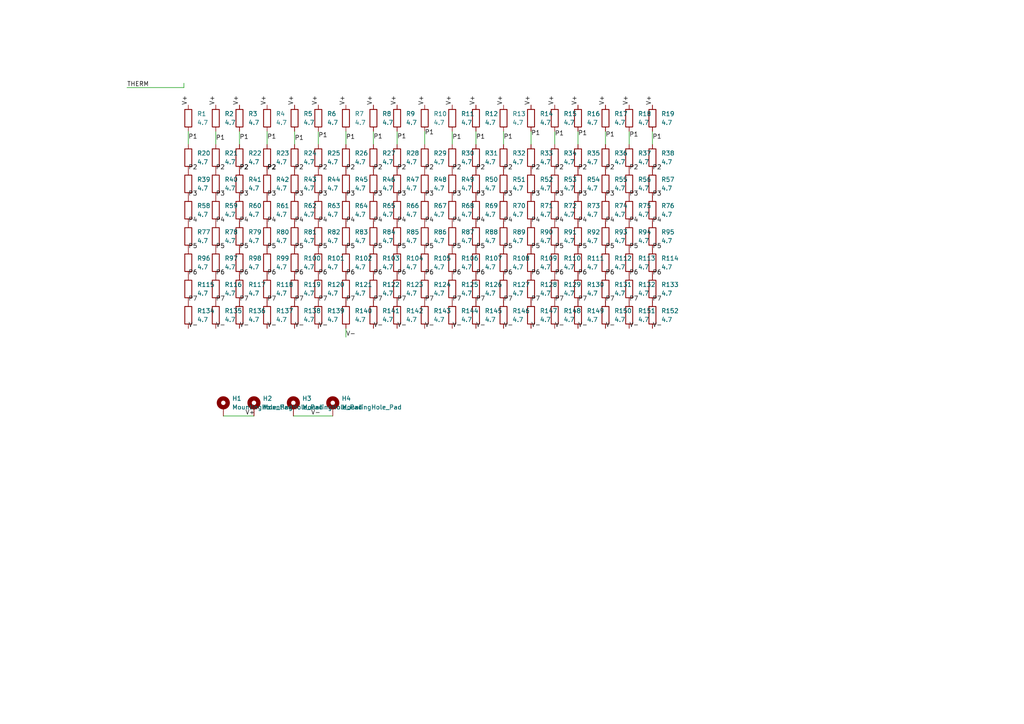
<source format=kicad_sch>
(kicad_sch (version 20231120) (generator "eeschema") (generator_version "8.0")
  (paper "A4")
  (wire (pts (xy 62.5846 41.9026) (xy 62.5846 38.0926)))
  (wire (pts (xy 175.6146 41.9026) (xy 175.6146 38.0926)))
  (wire (pts (xy 64.77 120.65) (xy 73.66 120.65)))
  (wire (pts (xy 92.3205 41.9026) (xy 92.3205 38.0926)))
  (wire (pts (xy 108.3046 41.9026) (xy 108.3046 38.0926)))
  (wire (pts (xy 146.05 41.91) (xy 146.05 38.1)))
  (wire (pts (xy 77.47 41.91) (xy 77.47 38.1)))
  (wire (pts (xy 53.34 25.4) (xy 36.83 25.4)))
  (wire (pts (xy 138.0405 41.9026) (xy 138.0405 38.0926)))
  (wire (pts (xy 131.1646 41.9026) (xy 131.1646 38.0926)))
  (wire (pts (xy 54.61 38.1) (xy 54.61 41.91)))
  (wire (pts (xy 182.4905 41.9026) (xy 182.4905 38.0926)))
  (wire (pts (xy 69.4605 41.9026) (xy 69.4605 38.0926)))
  (wire (pts (xy 115.1805 41.9026) (xy 115.1805 38.0926)))
  (wire (pts (xy 100.33 95.25) (xy 100.33 97.79)))
  (wire (pts (xy 154.0246 41.9026) (xy 154.0246 38.0926)))
  (wire (pts (xy 160.9005 41.9026) (xy 160.9005 38.0926)))
  (wire (pts (xy 85.09 120.65) (xy 96.52 120.65)))
  (wire (pts (xy 189.23 41.91) (xy 189.23 38.1)))
  (wire (pts (xy 85.4446 41.9026) (xy 85.4446 38.0926)))
  (wire (pts (xy 53.34 25.4) (xy 53.34 24.13)))
  (wire (pts (xy 100.33 41.91) (xy 100.33 38.1)))
  (wire (pts (xy 167.64 41.91) (xy 167.64 38.1)))
  (wire (pts (xy 123.19 41.91) (xy 123.19 38.1)))
  (label "P5" (at 154.0246 72.3826 0))
  (label "P1" (at 182.4905 40.0265 0))
  (label "P1" (at 69.4605 40.723 0))
  (label "P1" (at 54.61 40.64 0))
  (label "V+" (at 71.12 120.65 0))
  (label "V-" (at 123.19 95.25 0))
  (label "THERM" (at 36.83 25.4 0))
  (label "P6" (at 62.5846 80.0026 0))
  (label "V-" (at 154.0246 95.2426 0))
  (label "V+" (at 182.4905 30.4726 90))
  (label "P2" (at 131.1646 49.5226 0))
  (label "V+" (at 189.23 30.48 90))
  (label "P7" (at 167.64 87.63 0))
  (label "P7" (at 62.5846 87.6226 0))
  (label "P3" (at 154.0246 57.1426 0))
  (label "P7" (at 138.0405 87.6226 0))
  (label "P7" (at 160.9005 87.6226 0))
  (label "V+" (at 160.9005 30.4726 90))
  (label "V-" (at 182.4905 95.2426 0))
  (label "V+" (at 77.47 30.48 90))
  (label "P3" (at 54.61 57.15 0))
  (label "P5" (at 92.3205 72.3826 0))
  (label "P4" (at 160.9005 64.7626 0))
  (label "V+" (at 123.19 30.48 90))
  (label "P5" (at 123.19 72.39 0))
  (label "P7" (at 182.4905 87.6226 0))
  (label "P1" (at 167.64 39.6221 0))
  (label "P7" (at 154.0246 87.6226 0))
  (label "P7" (at 100.33 87.63 0))
  (label "V+" (at 115.1805 30.4726 90))
  (label "P3" (at 62.5846 57.1426 0))
  (label "P6" (at 108.3046 80.0026 0))
  (label "P5" (at 54.61 72.39 0))
  (label "P2" (at 77.47 49.53 0))
  (label "V-" (at 160.9005 95.2426 0))
  (label "V+" (at 175.6146 30.4726 90))
  (label "P4" (at 54.61 64.77 0))
  (label "P4" (at 189.23 64.77 0))
  (label "P5" (at 62.5846 72.3826 0))
  (label "P1" (at 131.1646 40.7005 0))
  (label "P4" (at 175.6146 64.7626 0))
  (label "P3" (at 182.4905 57.1426 0))
  (label "V-" (at 115.1805 95.2426 0))
  (label "P4" (at 69.4605 64.7626 0))
  (label "P7" (at 54.61 87.63 0))
  (label "V+" (at 62.5846 30.4726 90))
  (label "P4" (at 123.19 64.77 0))
  (label "P2" (at 62.5846 49.5226 0))
  (label "P7" (at 123.19 87.63 0))
  (label "P1" (at 108.3046 40.5882 0))
  (label "P5" (at 138.0405 72.3826 0))
  (label "P6" (at 115.1805 80.0026 0))
  (label "P2" (at 189.23 49.53 0))
  (label "P2" (at 108.3046 49.5226 0))
  (label "P6" (at 167.64 80.01 0))
  (label "P5" (at 85.4446 72.3826 0))
  (label "V-" (at 146.05 95.25 0))
  (label "P4" (at 146.05 64.77 0))
  (label "P6" (at 85.4446 80.0026 0))
  (label "P1" (at 154.0246 39.5771 0))
  (label "P3" (at 146.05 57.15 0))
  (label "P5" (at 100.33 72.39 0))
  (label "P2" (at 69.4605 49.5226 0))
  (label "P6" (at 92.3205 80.0026 0))
  (label "P2" (at 175.6146 49.5226 0))
  (label "P7" (at 69.4605 87.6226 0))
  (label "P2" (at 146.05 49.53 0))
  (label "P6" (at 69.4605 80.0026 0))
  (label "P3" (at 108.3046 57.1426 0))
  (label "P6" (at 146.05 80.01 0))
  (label "P4" (at 154.0246 64.7626 0))
  (label "V-" (at 62.5846 95.2426 0))
  (label "P3" (at 167.64 57.15 0))
  (label "P5" (at 175.6146 72.3826 0))
  (label "P4" (at 108.3046 64.7626 0))
  (label "V+" (at 108.3046 30.4726 90))
  (label "V+" (at 54.61 30.48 90))
  (label "P2" (at 100.33 49.53 0))
  (label "P1" (at 189.23 40.64 0))
  (label "V-" (at 69.4605 95.2426 0))
  (label "P1" (at 85.4446 40.9926 0))
  (label "P5" (at 160.9005 72.3826 0))
  (label "P2" (at 115.1805 49.5226 0))
  (label "P5" (at 167.64 72.39 0))
  (label "P5" (at 131.1646 72.3826 0))
  (label "P7" (at 115.1805 87.6226 0))
  (label "P1" (at 123.19 39.37 0))
  (label "V+" (at 69.4605 30.4726 90))
  (label "P3" (at 138.0405 57.1426 0))
  (label "P7" (at 131.1646 87.6226 0))
  (label "V+" (at 131.1646 30.4726 90))
  (label "P7" (at 175.6146 87.6226 0))
  (label "V-" (at 85.4446 95.2426 0))
  (label "P2" (at 138.0405 49.5226 0))
  (label "V-" (at 175.6146 95.2426 0))
  (label "P7" (at 77.47 87.63 0))
  (label "P3" (at 85.4446 57.1426 0))
  (label "P6" (at 138.0405 80.0026 0))
  (label "P2" (at 160.9005 49.5226 0))
  (label "P2" (at 167.64 49.53 0))
  (label "P5" (at 115.1805 72.3826 0))
  (label "P7" (at 85.4446 87.6226 0))
  (label "P1" (at 175.6146 40.004 0))
  (label "P4" (at 77.47 64.77 0))
  (label "V-" (at 131.1646 95.2426 0))
  (label "P6" (at 154.0246 80.0026 0))
  (label "P3" (at 115.1805 57.1426 0))
  (label "P2" (at 182.4905 49.5226 0))
  (label "P6" (at 77.47 80.01 0))
  (label "P7" (at 92.3205 87.6226 0))
  (label "V+" (at 154.0246 30.4726 90))
  (label "P7" (at 189.23 87.63 0))
  (label "P2" (at 77.47 49.53 0))
  (label "P6" (at 160.9005 80.0026 0))
  (label "P3" (at 175.6146 57.1426 0))
  (label "P4" (at 62.5846 64.7626 0))
  (label "P6" (at 100.33 80.01 0))
  (label "P1" (at 92.3205 40.2062 0))
  (label "V+" (at 92.3205 30.4726 90))
  (label "P4" (at 131.1646 64.7626 0))
  (label "V+" (at 167.64 30.48 90))
  (label "P2" (at 154.0246 49.5226 0))
  (label "P5" (at 108.3046 72.3826 0))
  (label "P5" (at 182.4905 72.3826 0))
  (label "P2" (at 77.47 49.53 0))
  (label "P4" (at 167.64 64.77 0))
  (label "P4" (at 115.1805 64.7626 0))
  (label "V-" (at 100.33 97.79 0))
  (label "P4" (at 85.4446 64.7626 0))
  (label "V-" (at 108.3046 95.2426 0))
  (label "V+" (at 138.0405 30.4726 90))
  (label "P5" (at 77.47 72.39 0))
  (label "P3" (at 189.23 57.15 0))
  (label "P1" (at 115.1805 40.5432 0))
  (label "P1" (at 138.0405 40.6556 0))
  (label "P1" (at 146.05 40.64 0))
  (label "P3" (at 77.47 57.15 0))
  (label "V+" (at 85.4446 30.4726 90))
  (label "P3" (at 131.1646 57.1426 0))
  (label "V+" (at 100.33 30.48 90))
  (label "P2" (at 69.4605 49.5226 0))
  (label "V-" (at 138.0405 95.2426 0))
  (label "P4" (at 182.4905 64.7626 0))
  (label "P4" (at 100.33 64.77 0))
  (label "P3" (at 160.9005 57.1426 0))
  (label "P6" (at 131.1646 80.0026 0))
  (label "P3" (at 92.3205 57.1426 0))
  (label "P4" (at 92.3205 64.7626 0))
  (label "P4" (at 138.0405 64.7626 0))
  (label "P6" (at 123.19 80.01 0))
  (label "P2" (at 123.19 49.53 0))
  (label "P2" (at 54.61 49.53 0))
  (label "P3" (at 69.4605 57.1426 0))
  (label "P7" (at 108.3046 87.6226 0))
  (label "P6" (at 54.61 80.01 0))
  (label "P7" (at 146.05 87.63 0))
  (label "V-" (at 54.61 95.25 0))
  (label "P1" (at 77.47 40.64 0))
  (label "V-" (at 77.47 95.25 0))
  (label "V-" (at 167.64 95.25 0))
  (label "P6" (at 182.4905 80.0026 0))
  (label "P1" (at 62.5846 40.9476 0))
  (label "P2" (at 85.4446 49.5226 0))
  (label "P5" (at 69.4605 72.3826 0))
  (label "P5" (at 146.05 72.39 0))
  (label "V-" (at 90.17 120.65 0))
  (label "V-" (at 189.23 95.25 0))
  (label "P1" (at 160.9005 39.6895 0))
  (label "P6" (at 175.6146 80.0026 0))
  (label "V+" (at 146.05 30.48 90))
  (label "P1" (at 100.33 40.7005 0))
  (label "P5" (at 189.23 72.39 0))
  (label "P6" (at 189.23 80.01 0))
  (label "V-" (at 92.3205 95.2426 0))
  (label "P3" (at 100.33 57.15 0))
  (label "P2" (at 92.3205 49.5226 0))
  (label "P3" (at 123.19 57.15 0))
  (symbol (lib_id "Device:R") (at 62.5846 91.4326 0) (unit 1)
    (property "Reference" "R135" (at 65.1246 90.1625 0) (effects (justify left)))
    (property "Value" "4.7" (at 65.1246 92.7025 0) (effects (justify left)))
    (property "Footprint" "Resistor_SMD:R_2512_6332Metric" (effects (hide yes)))
    (property "Description" "Resistor" (effects (hide yes)))
  )
  (symbol (lib_id "Device:R") (at 189.23 45.72 0) (unit 1)
    (property "Reference" "R38" (at 191.77 44.4499 0) (effects (justify left)))
    (property "Value" "4.7" (at 191.77 46.9899 0) (effects (justify left)))
    (property "Footprint" "Resistor_SMD:R_2512_6332Metric" (effects (hide yes)))
    (property "Description" "Resistor" (effects (hide yes)))
  )
  (symbol (lib_id "Device:R") (at 175.6146 76.1926 0) (unit 1)
    (property "Reference" "R112" (at 178.1546 74.9225 0) (effects (justify left)))
    (property "Value" "4.7" (at 178.1546 77.4625 0) (effects (justify left)))
    (property "Footprint" "Resistor_SMD:R_2512_6332Metric" (effects (hide yes)))
    (property "Description" "Resistor" (effects (hide yes)))
  )
  (symbol (lib_id "Device:R") (at 146.05 83.82 0) (unit 1)
    (property "Reference" "R127" (at 148.59 82.5499 0) (effects (justify left)))
    (property "Value" "4.7" (at 148.59 85.0899 0) (effects (justify left)))
    (property "Footprint" "Resistor_SMD:R_2512_6332Metric" (effects (hide yes)))
    (property "Description" "Resistor" (effects (hide yes)))
  )
  (symbol (lib_id "Device:R") (at 100.33 68.58 0) (unit 1)
    (property "Reference" "R83" (at 102.87 67.3099 0) (effects (justify left)))
    (property "Value" "4.7" (at 102.87 69.8499 0) (effects (justify left)))
    (property "Footprint" "Resistor_SMD:R_2512_6332Metric" (effects (hide yes)))
    (property "Description" "Resistor" (effects (hide yes)))
  )
  (symbol (lib_id "Device:R") (at 115.1805 83.8126 0) (unit 1)
    (property "Reference" "R123" (at 117.7205 82.5425 0) (effects (justify left)))
    (property "Value" "4.7" (at 117.7205 85.0825 0) (effects (justify left)))
    (property "Footprint" "Resistor_SMD:R_2512_6332Metric" (effects (hide yes)))
    (property "Description" "Resistor" (effects (hide yes)))
  )
  (symbol (lib_id "Device:R") (at 154.0246 34.2826 0) (unit 1)
    (property "Reference" "R14" (at 156.5646 33.0125 0) (effects (justify left)))
    (property "Value" "4.7" (at 156.5646 35.5525 0) (effects (justify left)))
    (property "Footprint" "Resistor_SMD:R_2512_6332Metric" (effects (hide yes)))
    (property "Description" "Resistor" (effects (hide yes)))
  )
  (symbol (lib_id "Mechanical:MountingHole_Pad") (at 96.52 118.11 0) (unit 1) (exclude_from_sim yes) (in_bom no)
    (property "Reference" "H4" (at 99.06 115.5699 0) (effects (justify left)))
    (property "Value" "MountingHole_Pad" (at 99.06 118.1099 0) (effects (justify left)))
    (property "Footprint" "MountingHole:MountingHole_4.3mm_M4_DIN965_Pad_TopOnly" (effects (hide yes)))
    (property "Description" "Mounting Hole with connection" (effects (hide yes)))
  )
  (symbol (lib_id "Device:R") (at 154.0246 60.9526 0) (unit 1)
    (property "Reference" "R71" (at 156.5646 59.6825 0) (effects (justify left)))
    (property "Value" "4.7" (at 156.5646 62.2225 0) (effects (justify left)))
    (property "Footprint" "Resistor_SMD:R_2512_6332Metric" (effects (hide yes)))
    (property "Description" "Resistor" (effects (hide yes)))
  )
  (symbol (lib_id "Device:R") (at 115.1805 45.7126 0) (unit 1)
    (property "Reference" "R28" (at 117.7205 44.4425 0) (effects (justify left)))
    (property "Value" "4.7" (at 117.7205 46.9825 0) (effects (justify left)))
    (property "Footprint" "Resistor_SMD:R_2512_6332Metric" (effects (hide yes)))
    (property "Description" "Resistor" (effects (hide yes)))
  )
  (symbol (lib_id "Device:R") (at 85.4446 91.4326 0) (unit 1)
    (property "Reference" "R138" (at 87.9846 90.1625 0) (effects (justify left)))
    (property "Value" "4.7" (at 87.9846 92.7025 0) (effects (justify left)))
    (property "Footprint" "Resistor_SMD:R_2512_6332Metric" (effects (hide yes)))
    (property "Description" "Resistor" (effects (hide yes)))
  )
  (symbol (lib_id "Device:R") (at 85.4446 53.3326 0) (unit 1)
    (property "Reference" "R43" (at 87.9846 52.0625 0) (effects (justify left)))
    (property "Value" "4.7" (at 87.9846 54.6025 0) (effects (justify left)))
    (property "Footprint" "Resistor_SMD:R_2512_6332Metric" (effects (hide yes)))
    (property "Description" "Resistor" (effects (hide yes)))
  )
  (symbol (lib_id "Device:R") (at 131.1646 76.1926 0) (unit 1)
    (property "Reference" "R106" (at 133.7046 74.9225 0) (effects (justify left)))
    (property "Value" "4.7" (at 133.7046 77.4625 0) (effects (justify left)))
    (property "Footprint" "Resistor_SMD:R_2512_6332Metric" (effects (hide yes)))
    (property "Description" "Resistor" (effects (hide yes)))
  )
  (symbol (lib_id "Device:R") (at 54.61 76.2 0) (unit 1)
    (property "Reference" "R96" (at 57.15 74.9299 0) (effects (justify left)))
    (property "Value" "4.7" (at 57.15 77.4699 0) (effects (justify left)))
    (property "Footprint" "Resistor_SMD:R_2512_6332Metric" (effects (hide yes)))
    (property "Description" "Resistor" (effects (hide yes)))
  )
  (symbol (lib_id "Device:R") (at 92.3205 53.3326 0) (unit 1)
    (property "Reference" "R44" (at 94.8605 52.0625 0) (effects (justify left)))
    (property "Value" "4.7" (at 94.8605 54.6025 0) (effects (justify left)))
    (property "Footprint" "Resistor_SMD:R_2512_6332Metric" (effects (hide yes)))
    (property "Description" "Resistor" (effects (hide yes)))
  )
  (symbol (lib_id "Device:R") (at 175.6146 34.2826 0) (unit 1)
    (property "Reference" "R17" (at 178.1546 33.0125 0) (effects (justify left)))
    (property "Value" "4.7" (at 178.1546 35.5525 0) (effects (justify left)))
    (property "Footprint" "Resistor_SMD:R_2512_6332Metric" (effects (hide yes)))
    (property "Description" "Resistor" (effects (hide yes)))
  )
  (symbol (lib_id "Device:R") (at 100.33 60.96 0) (unit 1)
    (property "Reference" "R64" (at 102.87 59.6899 0) (effects (justify left)))
    (property "Value" "4.7" (at 102.87 62.2299 0) (effects (justify left)))
    (property "Footprint" "Resistor_SMD:R_2512_6332Metric" (effects (hide yes)))
    (property "Description" "Resistor" (effects (hide yes)))
  )
  (symbol (lib_id "Device:R") (at 167.64 53.34 0) (unit 1)
    (property "Reference" "R54" (at 170.18 52.0699 0) (effects (justify left)))
    (property "Value" "4.7" (at 170.18 54.6099 0) (effects (justify left)))
    (property "Footprint" "Resistor_SMD:R_2512_6332Metric" (effects (hide yes)))
    (property "Description" "Resistor" (effects (hide yes)))
  )
  (symbol (lib_id "Device:R") (at 77.47 68.58 0) (unit 1)
    (property "Reference" "R80" (at 80.01 67.3099 0) (effects (justify left)))
    (property "Value" "4.7" (at 80.01 69.8499 0) (effects (justify left)))
    (property "Footprint" "Resistor_SMD:R_2512_6332Metric" (effects (hide yes)))
    (property "Description" "Resistor" (effects (hide yes)))
  )
  (symbol (lib_id "Device:R") (at 115.1805 76.1926 0) (unit 1)
    (property "Reference" "R104" (at 117.7205 74.9225 0) (effects (justify left)))
    (property "Value" "4.7" (at 117.7205 77.4625 0) (effects (justify left)))
    (property "Footprint" "Resistor_SMD:R_2512_6332Metric" (effects (hide yes)))
    (property "Description" "Resistor" (effects (hide yes)))
  )
  (symbol (lib_id "Device:R") (at 69.4605 60.9526 0) (unit 1)
    (property "Reference" "R60" (at 72.0005 59.6825 0) (effects (justify left)))
    (property "Value" "4.7" (at 72.0005 62.2225 0) (effects (justify left)))
    (property "Footprint" "Resistor_SMD:R_2512_6332Metric" (effects (hide yes)))
    (property "Description" "Resistor" (effects (hide yes)))
  )
  (symbol (lib_id "Device:R") (at 62.5846 76.1926 0) (unit 1)
    (property "Reference" "R97" (at 65.1246 74.9225 0) (effects (justify left)))
    (property "Value" "4.7" (at 65.1246 77.4625 0) (effects (justify left)))
    (property "Footprint" "Resistor_SMD:R_2512_6332Metric" (effects (hide yes)))
    (property "Description" "Resistor" (effects (hide yes)))
  )
  (symbol (lib_id "Device:R") (at 160.9005 91.4326 0) (unit 1)
    (property "Reference" "R148" (at 163.4405 90.1625 0) (effects (justify left)))
    (property "Value" "4.7" (at 163.4405 92.7025 0) (effects (justify left)))
    (property "Footprint" "Resistor_SMD:R_2512_6332Metric" (effects (hide yes)))
    (property "Description" "Resistor" (effects (hide yes)))
  )
  (symbol (lib_id "Device:R") (at 160.9005 45.7126 0) (unit 1)
    (property "Reference" "R34" (at 163.4405 44.4425 0) (effects (justify left)))
    (property "Value" "4.7" (at 163.4405 46.9825 0) (effects (justify left)))
    (property "Footprint" "Resistor_SMD:R_2512_6332Metric" (effects (hide yes)))
    (property "Description" "Resistor" (effects (hide yes)))
  )
  (symbol (lib_id "Device:R") (at 85.4446 83.8126 0) (unit 1)
    (property "Reference" "R119" (at 87.9846 82.5425 0) (effects (justify left)))
    (property "Value" "4.7" (at 87.9846 85.0825 0) (effects (justify left)))
    (property "Footprint" "Resistor_SMD:R_2512_6332Metric" (effects (hide yes)))
    (property "Description" "Resistor" (effects (hide yes)))
  )
  (symbol (lib_id "Device:R") (at 69.4605 45.7126 0) (unit 1)
    (property "Reference" "R22" (at 72.0005 44.4425 0) (effects (justify left)))
    (property "Value" "4.7" (at 72.0005 46.9825 0) (effects (justify left)))
    (property "Footprint" "Resistor_SMD:R_2512_6332Metric" (effects (hide yes)))
    (property "Description" "Resistor" (effects (hide yes)))
  )
  (symbol (lib_id "Device:R") (at 85.4446 68.5726 0) (unit 1)
    (property "Reference" "R81" (at 87.9846 67.3025 0) (effects (justify left)))
    (property "Value" "4.7" (at 87.9846 69.8425 0) (effects (justify left)))
    (property "Footprint" "Resistor_SMD:R_2512_6332Metric" (effects (hide yes)))
    (property "Description" "Resistor" (effects (hide yes)))
  )
  (symbol (lib_id "Device:R") (at 131.1646 45.7126 0) (unit 1)
    (property "Reference" "R30" (at 133.7046 44.4425 0) (effects (justify left)))
    (property "Value" "4.7" (at 133.7046 46.9825 0) (effects (justify left)))
    (property "Footprint" "Resistor_SMD:R_2512_6332Metric" (effects (hide yes)))
    (property "Description" "Resistor" (effects (hide yes)))
  )
  (symbol (lib_id "Device:R") (at 138.0405 60.9526 0) (unit 1)
    (property "Reference" "R69" (at 140.5805 59.6825 0) (effects (justify left)))
    (property "Value" "4.7" (at 140.5805 62.2225 0) (effects (justify left)))
    (property "Footprint" "Resistor_SMD:R_2512_6332Metric" (effects (hide yes)))
    (property "Description" "Resistor" (effects (hide yes)))
  )
  (symbol (lib_id "Device:R") (at 154.0246 83.8126 0) (unit 1)
    (property "Reference" "R128" (at 156.5646 82.5425 0) (effects (justify left)))
    (property "Value" "4.7" (at 156.5646 85.0825 0) (effects (justify left)))
    (property "Footprint" "Resistor_SMD:R_2512_6332Metric" (effects (hide yes)))
    (property "Description" "Resistor" (effects (hide yes)))
  )
  (symbol (lib_id "Device:R") (at 100.33 53.34 0) (unit 1)
    (property "Reference" "R45" (at 102.87 52.0699 0) (effects (justify left)))
    (property "Value" "4.7" (at 102.87 54.6099 0) (effects (justify left)))
    (property "Footprint" "Resistor_SMD:R_2512_6332Metric" (effects (hide yes)))
    (property "Description" "Resistor" (effects (hide yes)))
  )
  (symbol (lib_id "Device:R") (at 69.4605 83.8126 0) (unit 1)
    (property "Reference" "R117" (at 72.0005 82.5425 0) (effects (justify left)))
    (property "Value" "4.7" (at 72.0005 85.0825 0) (effects (justify left)))
    (property "Footprint" "Resistor_SMD:R_2512_6332Metric" (effects (hide yes)))
    (property "Description" "Resistor" (effects (hide yes)))
  )
  (symbol (lib_id "Device:R") (at 146.05 60.96 0) (unit 1)
    (property "Reference" "R70" (at 148.59 59.6899 0) (effects (justify left)))
    (property "Value" "4.7" (at 148.59 62.2299 0) (effects (justify left)))
    (property "Footprint" "Resistor_SMD:R_2512_6332Metric" (effects (hide yes)))
    (property "Description" "Resistor" (effects (hide yes)))
  )
  (symbol (lib_id "Device:R") (at 138.0405 45.7126 0) (unit 1)
    (property "Reference" "R31" (at 140.5805 44.4425 0) (effects (justify left)))
    (property "Value" "4.7" (at 140.5805 46.9825 0) (effects (justify left)))
    (property "Footprint" "Resistor_SMD:R_2512_6332Metric" (effects (hide yes)))
    (property "Description" "Resistor" (effects (hide yes)))
  )
  (symbol (lib_id "Device:R") (at 77.47 83.82 0) (unit 1)
    (property "Reference" "R118" (at 80.01 82.5499 0) (effects (justify left)))
    (property "Value" "4.7" (at 80.01 85.0899 0) (effects (justify left)))
    (property "Footprint" "Resistor_SMD:R_2512_6332Metric" (effects (hide yes)))
    (property "Description" "Resistor" (effects (hide yes)))
  )
  (symbol (lib_id "Device:R") (at 189.23 68.58 0) (unit 1)
    (property "Reference" "R95" (at 191.77 67.3099 0) (effects (justify left)))
    (property "Value" "4.7" (at 191.77 69.8499 0) (effects (justify left)))
    (property "Footprint" "Resistor_SMD:R_2512_6332Metric" (effects (hide yes)))
    (property "Description" "Resistor" (effects (hide yes)))
  )
  (symbol (lib_id "Device:R") (at 115.1805 34.2826 0) (unit 1)
    (property "Reference" "R9" (at 117.7205 33.0125 0) (effects (justify left)))
    (property "Value" "4.7" (at 117.7205 35.5525 0) (effects (justify left)))
    (property "Footprint" "Resistor_SMD:R_2512_6332Metric" (effects (hide yes)))
    (property "Description" "Resistor" (effects (hide yes)))
  )
  (symbol (lib_id "Device:R") (at 182.4905 91.4326 0) (unit 1)
    (property "Reference" "R151" (at 185.0305 90.1625 0) (effects (justify left)))
    (property "Value" "4.7" (at 185.0305 92.7025 0) (effects (justify left)))
    (property "Footprint" "Resistor_SMD:R_2512_6332Metric" (effects (hide yes)))
    (property "Description" "Resistor" (effects (hide yes)))
  )
  (symbol (lib_id "Device:R") (at 182.4905 68.5726 0) (unit 1)
    (property "Reference" "R94" (at 185.0305 67.3025 0) (effects (justify left)))
    (property "Value" "4.7" (at 185.0305 69.8425 0) (effects (justify left)))
    (property "Footprint" "Resistor_SMD:R_2512_6332Metric" (effects (hide yes)))
    (property "Description" "Resistor" (effects (hide yes)))
  )
  (symbol (lib_id "Device:R") (at 175.6146 68.5726 0) (unit 1)
    (property "Reference" "R93" (at 178.1546 67.3025 0) (effects (justify left)))
    (property "Value" "4.7" (at 178.1546 69.8425 0) (effects (justify left)))
    (property "Footprint" "Resistor_SMD:R_2512_6332Metric" (effects (hide yes)))
    (property "Description" "Resistor" (effects (hide yes)))
  )
  (symbol (lib_id "Mechanical:MountingHole_Pad") (at 85.09 118.11 0) (unit 1) (exclude_from_sim yes) (in_bom no)
    (property "Reference" "H3" (at 87.63 115.5699 0) (effects (justify left)))
    (property "Value" "MountingHole_Pad" (at 87.63 118.1099 0) (effects (justify left)))
    (property "Footprint" "MountingHole:MountingHole_4.3mm_M4_DIN965_Pad_TopOnly" (effects (hide yes)))
    (property "Description" "Mounting Hole with connection" (effects (hide yes)))
  )
  (symbol (lib_id "Device:R") (at 123.19 68.58 0) (unit 1)
    (property "Reference" "R86" (at 125.73 67.3099 0) (effects (justify left)))
    (property "Value" "4.7" (at 125.73 69.8499 0) (effects (justify left)))
    (property "Footprint" "Resistor_SMD:R_2512_6332Metric" (effects (hide yes)))
    (property "Description" "Resistor" (effects (hide yes)))
  )
  (symbol (lib_id "Device:R") (at 182.4905 60.9526 0) (unit 1)
    (property "Reference" "R75" (at 185.0305 59.6825 0) (effects (justify left)))
    (property "Value" "4.7" (at 185.0305 62.2225 0) (effects (justify left)))
    (property "Footprint" "Resistor_SMD:R_2512_6332Metric" (effects (hide yes)))
    (property "Description" "Resistor" (effects (hide yes)))
  )
  (symbol (lib_id "Device:R") (at 108.3046 83.8126 0) (unit 1)
    (property "Reference" "R122" (at 110.8446 82.5425 0) (effects (justify left)))
    (property "Value" "4.7" (at 110.8446 85.0825 0) (effects (justify left)))
    (property "Footprint" "Resistor_SMD:R_2512_6332Metric" (effects (hide yes)))
    (property "Description" "Resistor" (effects (hide yes)))
  )
  (symbol (lib_id "Device:R") (at 100.33 45.72 0) (unit 1)
    (property "Reference" "R26" (at 102.87 44.4499 0) (effects (justify left)))
    (property "Value" "4.7" (at 102.87 46.9899 0) (effects (justify left)))
    (property "Footprint" "Resistor_SMD:R_2512_6332Metric" (effects (hide yes)))
    (property "Description" "Resistor" (effects (hide yes)))
  )
  (symbol (lib_id "Device:R") (at 123.19 34.29 0) (unit 1)
    (property "Reference" "R10" (at 125.73 33.0199 0) (effects (justify left)))
    (property "Value" "4.7" (at 125.73 35.5599 0) (effects (justify left)))
    (property "Footprint" "Resistor_SMD:R_2512_6332Metric" (effects (hide yes)))
    (property "Description" "Resistor" (effects (hide yes)))
  )
  (symbol (lib_id "Device:R") (at 77.47 91.44 0) (unit 1)
    (property "Reference" "R137" (at 80.01 90.1699 0) (effects (justify left)))
    (property "Value" "4.7" (at 80.01 92.7099 0) (effects (justify left)))
    (property "Footprint" "Resistor_SMD:R_2512_6332Metric" (effects (hide yes)))
    (property "Description" "Resistor" (effects (hide yes)))
  )
  (symbol (lib_id "Device:R") (at 146.05 45.72 0) (unit 1)
    (property "Reference" "R32" (at 148.59 44.4499 0) (effects (justify left)))
    (property "Value" "4.7" (at 148.59 46.9899 0) (effects (justify left)))
    (property "Footprint" "Resistor_SMD:R_2512_6332Metric" (effects (hide yes)))
    (property "Description" "Resistor" (effects (hide yes)))
  )
  (symbol (lib_id "Device:R") (at 85.4446 60.9526 0) (unit 1)
    (property "Reference" "R62" (at 87.9846 59.6825 0) (effects (justify left)))
    (property "Value" "4.7" (at 87.9846 62.2225 0) (effects (justify left)))
    (property "Footprint" "Resistor_SMD:R_2512_6332Metric" (effects (hide yes)))
    (property "Description" "Resistor" (effects (hide yes)))
  )
  (symbol (lib_id "Device:R") (at 160.9005 83.8126 0) (unit 1)
    (property "Reference" "R129" (at 163.4405 82.5425 0) (effects (justify left)))
    (property "Value" "4.7" (at 163.4405 85.0825 0) (effects (justify left)))
    (property "Footprint" "Resistor_SMD:R_2512_6332Metric" (effects (hide yes)))
    (property "Description" "Resistor" (effects (hide yes)))
  )
  (symbol (lib_id "Device:R") (at 62.5846 34.2826 0) (unit 1)
    (property "Reference" "R2" (at 65.1246 33.0125 0) (effects (justify left)))
    (property "Value" "4.7" (at 65.1246 35.5525 0) (effects (justify left)))
    (property "Footprint" "Resistor_SMD:R_2512_6332Metric" (effects (hide yes)))
    (property "Description" "Resistor" (effects (hide yes)))
  )
  (symbol (lib_id "Device:R") (at 131.1646 60.9526 0) (unit 1)
    (property "Reference" "R68" (at 133.7046 59.6825 0) (effects (justify left)))
    (property "Value" "4.7" (at 133.7046 62.2225 0) (effects (justify left)))
    (property "Footprint" "Resistor_SMD:R_2512_6332Metric" (effects (hide yes)))
    (property "Description" "Resistor" (effects (hide yes)))
  )
  (symbol (lib_id "Device:R") (at 167.64 34.29 0) (unit 1)
    (property "Reference" "R16" (at 170.18 33.0199 0) (effects (justify left)))
    (property "Value" "4.7" (at 170.18 35.5599 0) (effects (justify left)))
    (property "Footprint" "Resistor_SMD:R_2512_6332Metric" (effects (hide yes)))
    (property "Description" "Resistor" (effects (hide yes)))
  )
  (symbol (lib_id "Device:R") (at 160.9005 76.1926 0) (unit 1)
    (property "Reference" "R110" (at 163.4405 74.9225 0) (effects (justify left)))
    (property "Value" "4.7" (at 163.4405 77.4625 0) (effects (justify left)))
    (property "Footprint" "Resistor_SMD:R_2512_6332Metric" (effects (hide yes)))
    (property "Description" "Resistor" (effects (hide yes)))
  )
  (symbol (lib_id "Device:R") (at 189.23 60.96 0) (unit 1)
    (property "Reference" "R76" (at 191.77 59.6899 0) (effects (justify left)))
    (property "Value" "4.7" (at 191.77 62.2299 0) (effects (justify left)))
    (property "Footprint" "Resistor_SMD:R_2512_6332Metric" (effects (hide yes)))
    (property "Description" "Resistor" (effects (hide yes)))
  )
  (symbol (lib_id "Device:R") (at 175.6146 45.7126 0) (unit 1)
    (property "Reference" "R36" (at 178.1546 44.4425 0) (effects (justify left)))
    (property "Value" "4.7" (at 178.1546 46.9825 0) (effects (justify left)))
    (property "Footprint" "Resistor_SMD:R_2512_6332Metric" (effects (hide yes)))
    (property "Description" "Resistor" (effects (hide yes)))
  )
  (symbol (lib_id "Device:R") (at 182.4905 76.1926 0) (unit 1)
    (property "Reference" "R113" (at 185.0305 74.9225 0) (effects (justify left)))
    (property "Value" "4.7" (at 185.0305 77.4625 0) (effects (justify left)))
    (property "Footprint" "Resistor_SMD:R_2512_6332Metric" (effects (hide yes)))
    (property "Description" "Resistor" (effects (hide yes)))
  )
  (symbol (lib_id "Device:R") (at 160.9005 68.5726 0) (unit 1)
    (property "Reference" "R91" (at 163.4405 67.3025 0) (effects (justify left)))
    (property "Value" "4.7" (at 163.4405 69.8425 0) (effects (justify left)))
    (property "Footprint" "Resistor_SMD:R_2512_6332Metric" (effects (hide yes)))
    (property "Description" "Resistor" (effects (hide yes)))
  )
  (symbol (lib_id "Device:R") (at 54.61 83.82 0) (unit 1)
    (property "Reference" "R115" (at 57.15 82.5499 0) (effects (justify left)))
    (property "Value" "4.7" (at 57.15 85.0899 0) (effects (justify left)))
    (property "Footprint" "Resistor_SMD:R_2512_6332Metric" (effects (hide yes)))
    (property "Description" "Resistor" (effects (hide yes)))
  )
  (symbol (lib_id "Device:R") (at 167.64 68.58 0) (unit 1)
    (property "Reference" "R92" (at 170.18 67.3099 0) (effects (justify left)))
    (property "Value" "4.7" (at 170.18 69.8499 0) (effects (justify left)))
    (property "Footprint" "Resistor_SMD:R_2512_6332Metric" (effects (hide yes)))
    (property "Description" "Resistor" (effects (hide yes)))
  )
  (symbol (lib_id "Device:R") (at 62.5846 68.5726 0) (unit 1)
    (property "Reference" "R78" (at 65.1246 67.3025 0) (effects (justify left)))
    (property "Value" "4.7" (at 65.1246 69.8425 0) (effects (justify left)))
    (property "Footprint" "Resistor_SMD:R_2512_6332Metric" (effects (hide yes)))
    (property "Description" "Resistor" (effects (hide yes)))
  )
  (symbol (lib_id "Device:R") (at 146.05 34.29 0) (unit 1)
    (property "Reference" "R13" (at 148.59 33.0199 0) (effects (justify left)))
    (property "Value" "4.7" (at 148.59 35.5599 0) (effects (justify left)))
    (property "Footprint" "Resistor_SMD:R_2512_6332Metric" (effects (hide yes)))
    (property "Description" "Resistor" (effects (hide yes)))
  )
  (symbol (lib_id "Device:R") (at 182.4905 34.2826 0) (unit 1)
    (property "Reference" "R18" (at 185.0305 33.0125 0) (effects (justify left)))
    (property "Value" "4.7" (at 185.0305 35.5525 0) (effects (justify left)))
    (property "Footprint" "Resistor_SMD:R_2512_6332Metric" (effects (hide yes)))
    (property "Description" "Resistor" (effects (hide yes)))
  )
  (symbol (lib_id "Device:R") (at 115.1805 53.3326 0) (unit 1)
    (property "Reference" "R47" (at 117.7205 52.0625 0) (effects (justify left)))
    (property "Value" "4.7" (at 117.7205 54.6025 0) (effects (justify left)))
    (property "Footprint" "Resistor_SMD:R_2512_6332Metric" (effects (hide yes)))
    (property "Description" "Resistor" (effects (hide yes)))
  )
  (symbol (lib_id "Device:R") (at 108.3046 68.5726 0) (unit 1)
    (property "Reference" "R84" (at 110.8446 67.3025 0) (effects (justify left)))
    (property "Value" "4.7" (at 110.8446 69.8425 0) (effects (justify left)))
    (property "Footprint" "Resistor_SMD:R_2512_6332Metric" (effects (hide yes)))
    (property "Description" "Resistor" (effects (hide yes)))
  )
  (symbol (lib_id "Device:R") (at 160.9005 34.2826 0) (unit 1)
    (property "Reference" "R15" (at 163.4405 33.0125 0) (effects (justify left)))
    (property "Value" "4.7" (at 163.4405 35.5525 0) (effects (justify left)))
    (property "Footprint" "Resistor_SMD:R_2512_6332Metric" (effects (hide yes)))
    (property "Description" "Resistor" (effects (hide yes)))
  )
  (symbol (lib_id "Device:R") (at 123.19 60.96 0) (unit 1)
    (property "Reference" "R67" (at 125.73 59.6899 0) (effects (justify left)))
    (property "Value" "4.7" (at 125.73 62.2299 0) (effects (justify left)))
    (property "Footprint" "Resistor_SMD:R_2512_6332Metric" (effects (hide yes)))
    (property "Description" "Resistor" (effects (hide yes)))
  )
  (symbol (lib_id "Device:R") (at 100.33 34.29 0) (unit 1)
    (property "Reference" "R7" (at 102.87 33.0199 0) (effects (justify left)))
    (property "Value" "4.7" (at 102.87 35.5599 0) (effects (justify left)))
    (property "Footprint" "Resistor_SMD:R_2512_6332Metric" (effects (hide yes)))
    (property "Description" "Resistor" (effects (hide yes)))
  )
  (symbol (lib_id "Device:R") (at 175.6146 91.4326 0) (unit 1)
    (property "Reference" "R150" (at 178.1546 90.1625 0) (effects (justify left)))
    (property "Value" "4.7" (at 178.1546 92.7025 0) (effects (justify left)))
    (property "Footprint" "Resistor_SMD:R_2512_6332Metric" (effects (hide yes)))
    (property "Description" "Resistor" (effects (hide yes)))
  )
  (symbol (lib_id "Device:R") (at 160.9005 53.3326 0) (unit 1)
    (property "Reference" "R53" (at 163.4405 52.0625 0) (effects (justify left)))
    (property "Value" "4.7" (at 163.4405 54.6025 0) (effects (justify left)))
    (property "Footprint" "Resistor_SMD:R_2512_6332Metric" (effects (hide yes)))
    (property "Description" "Resistor" (effects (hide yes)))
  )
  (symbol (lib_id "Device:R") (at 123.19 53.34 0) (unit 1)
    (property "Reference" "R48" (at 125.73 52.0699 0) (effects (justify left)))
    (property "Value" "4.7" (at 125.73 54.6099 0) (effects (justify left)))
    (property "Footprint" "Resistor_SMD:R_2512_6332Metric" (effects (hide yes)))
    (property "Description" "Resistor" (effects (hide yes)))
  )
  (symbol (lib_id "Device:R") (at 131.1646 34.2826 0) (unit 1)
    (property "Reference" "R11" (at 133.7046 33.0125 0) (effects (justify left)))
    (property "Value" "4.7" (at 133.7046 35.5525 0) (effects (justify left)))
    (property "Footprint" "Resistor_SMD:R_2512_6332Metric" (effects (hide yes)))
    (property "Description" "Resistor" (effects (hide yes)))
  )
  (symbol (lib_id "Device:R") (at 85.4446 34.2826 0) (unit 1)
    (property "Reference" "R5" (at 87.9846 33.0125 0) (effects (justify left)))
    (property "Value" "4.7" (at 87.9846 35.5525 0) (effects (justify left)))
    (property "Footprint" "Resistor_SMD:R_2512_6332Metric" (effects (hide yes)))
    (property "Description" "Resistor" (effects (hide yes)))
  )
  (symbol (lib_id "Device:R") (at 123.19 83.82 0) (unit 1)
    (property "Reference" "R124" (at 125.73 82.5499 0) (effects (justify left)))
    (property "Value" "4.7" (at 125.73 85.0899 0) (effects (justify left)))
    (property "Footprint" "Resistor_SMD:R_2512_6332Metric" (effects (hide yes)))
    (property "Description" "Resistor" (effects (hide yes)))
  )
  (symbol (lib_id "Device:R") (at 85.4446 45.7126 0) (unit 1)
    (property "Reference" "R24" (at 87.9846 44.4425 0) (effects (justify left)))
    (property "Value" "4.7" (at 87.9846 46.9825 0) (effects (justify left)))
    (property "Footprint" "Resistor_SMD:R_2512_6332Metric" (effects (hide yes)))
    (property "Description" "Resistor" (effects (hide yes)))
  )
  (symbol (lib_id "Device:R") (at 92.3205 76.1926 0) (unit 1)
    (property "Reference" "R101" (at 94.8605 74.9225 0) (effects (justify left)))
    (property "Value" "4.7" (at 94.8605 77.4625 0) (effects (justify left)))
    (property "Footprint" "Resistor_SMD:R_2512_6332Metric" (effects (hide yes)))
    (property "Description" "Resistor" (effects (hide yes)))
  )
  (symbol (lib_id "Device:R") (at 182.4905 45.7126 0) (unit 1)
    (property "Reference" "R37" (at 185.0305 44.4425 0) (effects (justify left)))
    (property "Value" "4.7" (at 185.0305 46.9825 0) (effects (justify left)))
    (property "Footprint" "Resistor_SMD:R_2512_6332Metric" (effects (hide yes)))
    (property "Description" "Resistor" (effects (hide yes)))
  )
  (symbol (lib_id "Device:R") (at 189.23 34.29 0) (unit 1)
    (property "Reference" "R19" (at 191.77 33.0199 0) (effects (justify left)))
    (property "Value" "4.7" (at 191.77 35.5599 0) (effects (justify left)))
    (property "Footprint" "Resistor_SMD:R_2512_6332Metric" (effects (hide yes)))
    (property "Description" "Resistor" (effects (hide yes)))
  )
  (symbol (lib_id "Device:R") (at 108.3046 60.9526 0) (unit 1)
    (property "Reference" "R65" (at 110.8446 59.6825 0) (effects (justify left)))
    (property "Value" "4.7" (at 110.8446 62.2225 0) (effects (justify left)))
    (property "Footprint" "Resistor_SMD:R_2512_6332Metric" (effects (hide yes)))
    (property "Description" "Resistor" (effects (hide yes)))
  )
  (symbol (lib_id "Device:R") (at 77.47 45.72 0) (unit 1)
    (property "Reference" "R23" (at 80.01 44.4499 0) (effects (justify left)))
    (property "Value" "4.7" (at 80.01 46.9899 0) (effects (justify left)))
    (property "Footprint" "Resistor_SMD:R_2512_6332Metric" (effects (hide yes)))
    (property "Description" "Resistor" (effects (hide yes)))
  )
  (symbol (lib_id "Device:R") (at 123.19 45.72 0) (unit 1)
    (property "Reference" "R29" (at 125.73 44.4499 0) (effects (justify left)))
    (property "Value" "4.7" (at 125.73 46.9899 0) (effects (justify left)))
    (property "Footprint" "Resistor_SMD:R_2512_6332Metric" (effects (hide yes)))
    (property "Description" "Resistor" (effects (hide yes)))
  )
  (symbol (lib_id "Device:R") (at 167.64 76.2 0) (unit 1)
    (property "Reference" "R111" (at 170.18 74.9299 0) (effects (justify left)))
    (property "Value" "4.7" (at 170.18 77.4699 0) (effects (justify left)))
    (property "Footprint" "Resistor_SMD:R_2512_6332Metric" (effects (hide yes)))
    (property "Description" "Resistor" (effects (hide yes)))
  )
  (symbol (lib_id "Device:R") (at 123.19 91.44 0) (unit 1)
    (property "Reference" "R143" (at 125.73 90.1699 0) (effects (justify left)))
    (property "Value" "4.7" (at 125.73 92.7099 0) (effects (justify left)))
    (property "Footprint" "Resistor_SMD:R_2512_6332Metric" (effects (hide yes)))
    (property "Description" "Resistor" (effects (hide yes)))
  )
  (symbol (lib_id "Device:R") (at 146.05 91.44 0) (unit 1)
    (property "Reference" "R146" (at 148.59 90.1699 0) (effects (justify left)))
    (property "Value" "4.7" (at 148.59 92.7099 0) (effects (justify left)))
    (property "Footprint" "Resistor_SMD:R_2512_6332Metric" (effects (hide yes)))
    (property "Description" "Resistor" (effects (hide yes)))
  )
  (symbol (lib_id "Device:R") (at 138.0405 34.2826 0) (unit 1)
    (property "Reference" "R12" (at 140.5805 33.0125 0) (effects (justify left)))
    (property "Value" "4.7" (at 140.5805 35.5525 0) (effects (justify left)))
    (property "Footprint" "Resistor_SMD:R_2512_6332Metric" (effects (hide yes)))
    (property "Description" "Resistor" (effects (hide yes)))
  )
  (symbol (lib_id "Device:R") (at 154.0246 45.7126 0) (unit 1)
    (property "Reference" "R33" (at 156.5646 44.4425 0) (effects (justify left)))
    (property "Value" "4.7" (at 156.5646 46.9825 0) (effects (justify left)))
    (property "Footprint" "Resistor_SMD:R_2512_6332Metric" (effects (hide yes)))
    (property "Description" "Resistor" (effects (hide yes)))
  )
  (symbol (lib_id "Device:R") (at 138.0405 76.1926 0) (unit 1)
    (property "Reference" "R107" (at 140.5805 74.9225 0) (effects (justify left)))
    (property "Value" "4.7" (at 140.5805 77.4625 0) (effects (justify left)))
    (property "Footprint" "Resistor_SMD:R_2512_6332Metric" (effects (hide yes)))
    (property "Description" "Resistor" (effects (hide yes)))
  )
  (symbol (lib_id "Device:R") (at 69.4605 76.1926 0) (unit 1)
    (property "Reference" "R98" (at 72.0005 74.9225 0) (effects (justify left)))
    (property "Value" "4.7" (at 72.0005 77.4625 0) (effects (justify left)))
    (property "Footprint" "Resistor_SMD:R_2512_6332Metric" (effects (hide yes)))
    (property "Description" "Resistor" (effects (hide yes)))
  )
  (symbol (lib_id "Device:R") (at 138.0405 91.4326 0) (unit 1)
    (property "Reference" "R145" (at 140.5805 90.1625 0) (effects (justify left)))
    (property "Value" "4.7" (at 140.5805 92.7025 0) (effects (justify left)))
    (property "Footprint" "Resistor_SMD:R_2512_6332Metric" (effects (hide yes)))
    (property "Description" "Resistor" (effects (hide yes)))
  )
  (symbol (lib_id "Device:R") (at 167.64 60.96 0) (unit 1)
    (property "Reference" "R73" (at 170.18 59.6899 0) (effects (justify left)))
    (property "Value" "4.7" (at 170.18 62.2299 0) (effects (justify left)))
    (property "Footprint" "Resistor_SMD:R_2512_6332Metric" (effects (hide yes)))
    (property "Description" "Resistor" (effects (hide yes)))
  )
  (symbol (lib_id "Device:R") (at 115.1805 68.5726 0) (unit 1)
    (property "Reference" "R85" (at 117.7205 67.3025 0) (effects (justify left)))
    (property "Value" "4.7" (at 117.7205 69.8425 0) (effects (justify left)))
    (property "Footprint" "Resistor_SMD:R_2512_6332Metric" (effects (hide yes)))
    (property "Description" "Resistor" (effects (hide yes)))
  )
  (symbol (lib_id "Device:R") (at 77.47 60.96 0) (unit 1)
    (property "Reference" "R61" (at 80.01 59.6899 0) (effects (justify left)))
    (property "Value" "4.7" (at 80.01 62.2299 0) (effects (justify left)))
    (property "Footprint" "Resistor_SMD:R_2512_6332Metric" (effects (hide yes)))
    (property "Description" "Resistor" (effects (hide yes)))
  )
  (symbol (lib_id "Device:R") (at 62.5846 60.9526 0) (unit 1)
    (property "Reference" "R59" (at 65.1246 59.6825 0) (effects (justify left)))
    (property "Value" "4.7" (at 65.1246 62.2225 0) (effects (justify left)))
    (property "Footprint" "Resistor_SMD:R_2512_6332Metric" (effects (hide yes)))
    (property "Description" "Resistor" (effects (hide yes)))
  )
  (symbol (lib_id "Device:R") (at 92.3205 34.2826 0) (unit 1)
    (property "Reference" "R6" (at 94.8605 33.0125 0) (effects (justify left)))
    (property "Value" "4.7" (at 94.8605 35.5525 0) (effects (justify left)))
    (property "Footprint" "Resistor_SMD:R_2512_6332Metric" (effects (hide yes)))
    (property "Description" "Resistor" (effects (hide yes)))
  )
  (symbol (lib_id "Device:R") (at 92.3205 45.7126 0) (unit 1)
    (property "Reference" "R25" (at 94.8605 44.4425 0) (effects (justify left)))
    (property "Value" "4.7" (at 94.8605 46.9825 0) (effects (justify left)))
    (property "Footprint" "Resistor_SMD:R_2512_6332Metric" (effects (hide yes)))
    (property "Description" "Resistor" (effects (hide yes)))
  )
  (symbol (lib_id "Device:R") (at 154.0246 53.3326 0) (unit 1)
    (property "Reference" "R52" (at 156.5646 52.0625 0) (effects (justify left)))
    (property "Value" "4.7" (at 156.5646 54.6025 0) (effects (justify left)))
    (property "Footprint" "Resistor_SMD:R_2512_6332Metric" (effects (hide yes)))
    (property "Description" "Resistor" (effects (hide yes)))
  )
  (symbol (lib_id "Device:R") (at 146.05 53.34 0) (unit 1)
    (property "Reference" "R51" (at 148.59 52.0699 0) (effects (justify left)))
    (property "Value" "4.7" (at 148.59 54.6099 0) (effects (justify left)))
    (property "Footprint" "Resistor_SMD:R_2512_6332Metric" (effects (hide yes)))
    (property "Description" "Resistor" (effects (hide yes)))
  )
  (symbol (lib_id "Device:R") (at 175.6146 53.3326 0) (unit 1)
    (property "Reference" "R55" (at 178.1546 52.0625 0) (effects (justify left)))
    (property "Value" "4.7" (at 178.1546 54.6025 0) (effects (justify left)))
    (property "Footprint" "Resistor_SMD:R_2512_6332Metric" (effects (hide yes)))
    (property "Description" "Resistor" (effects (hide yes)))
  )
  (symbol (lib_id "Device:R") (at 175.6146 60.9526 0) (unit 1)
    (property "Reference" "R74" (at 178.1546 59.6825 0) (effects (justify left)))
    (property "Value" "4.7" (at 178.1546 62.2225 0) (effects (justify left)))
    (property "Footprint" "Resistor_SMD:R_2512_6332Metric" (effects (hide yes)))
    (property "Description" "Resistor" (effects (hide yes)))
  )
  (symbol (lib_id "Device:R") (at 146.05 68.58 0) (unit 1)
    (property "Reference" "R89" (at 148.59 67.3099 0) (effects (justify left)))
    (property "Value" "4.7" (at 148.59 69.8499 0) (effects (justify left)))
    (property "Footprint" "Resistor_SMD:R_2512_6332Metric" (effects (hide yes)))
    (property "Description" "Resistor" (effects (hide yes)))
  )
  (symbol (lib_id "Device:R") (at 92.3205 91.4326 0) (unit 1)
    (property "Reference" "R139" (at 94.8605 90.1625 0) (effects (justify left)))
    (property "Value" "4.7" (at 94.8605 92.7025 0) (effects (justify left)))
    (property "Footprint" "Resistor_SMD:R_2512_6332Metric" (effects (hide yes)))
    (property "Description" "Resistor" (effects (hide yes)))
  )
  (symbol (lib_id "Device:R") (at 62.5846 53.3326 0) (unit 1)
    (property "Reference" "R40" (at 65.1246 52.0625 0) (effects (justify left)))
    (property "Value" "4.7" (at 65.1246 54.6025 0) (effects (justify left)))
    (property "Footprint" "Resistor_SMD:R_2512_6332Metric" (effects (hide yes)))
    (property "Description" "Resistor" (effects (hide yes)))
  )
  (symbol (lib_id "Device:R") (at 54.61 60.96 0) (unit 1)
    (property "Reference" "R58" (at 57.15 59.6899 0) (effects (justify left)))
    (property "Value" "4.7" (at 57.15 62.2299 0) (effects (justify left)))
    (property "Footprint" "Resistor_SMD:R_2512_6332Metric" (effects (hide yes)))
    (property "Description" "Resistor" (effects (hide yes)))
  )
  (symbol (lib_id "Device:R") (at 77.47 34.29 0) (unit 1)
    (property "Reference" "R4" (at 80.01 33.0199 0) (effects (justify left)))
    (property "Value" "4.7" (at 80.01 35.5599 0) (effects (justify left)))
    (property "Footprint" "Resistor_SMD:R_2512_6332Metric" (effects (hide yes)))
    (property "Description" "Resistor" (effects (hide yes)))
  )
  (symbol (lib_id "Device:R") (at 131.1646 83.8126 0) (unit 1)
    (property "Reference" "R125" (at 133.7046 82.5425 0) (effects (justify left)))
    (property "Value" "4.7" (at 133.7046 85.0825 0) (effects (justify left)))
    (property "Footprint" "Resistor_SMD:R_2512_6332Metric" (effects (hide yes)))
    (property "Description" "Resistor" (effects (hide yes)))
  )
  (symbol (lib_id "Device:R") (at 189.23 83.82 0) (unit 1)
    (property "Reference" "R133" (at 191.77 82.5499 0) (effects (justify left)))
    (property "Value" "4.7" (at 191.77 85.0899 0) (effects (justify left)))
    (property "Footprint" "Resistor_SMD:R_2512_6332Metric" (effects (hide yes)))
    (property "Description" "Resistor" (effects (hide yes)))
  )
  (symbol (lib_id "Device:R") (at 108.3046 76.1926 0) (unit 1)
    (property "Reference" "R103" (at 110.8446 74.9225 0) (effects (justify left)))
    (property "Value" "4.7" (at 110.8446 77.4625 0) (effects (justify left)))
    (property "Footprint" "Resistor_SMD:R_2512_6332Metric" (effects (hide yes)))
    (property "Description" "Resistor" (effects (hide yes)))
  )
  (symbol (lib_id "Device:R") (at 123.19 76.2 0) (unit 1)
    (property "Reference" "R105" (at 125.73 74.9299 0) (effects (justify left)))
    (property "Value" "4.7" (at 125.73 77.4699 0) (effects (justify left)))
    (property "Footprint" "Resistor_SMD:R_2512_6332Metric" (effects (hide yes)))
    (property "Description" "Resistor" (effects (hide yes)))
  )
  (symbol (lib_id "Device:R") (at 138.0405 53.3326 0) (unit 1)
    (property "Reference" "R50" (at 140.5805 52.0625 0) (effects (justify left)))
    (property "Value" "4.7" (at 140.5805 54.6025 0) (effects (justify left)))
    (property "Footprint" "Resistor_SMD:R_2512_6332Metric" (effects (hide yes)))
    (property "Description" "Resistor" (effects (hide yes)))
  )
  (symbol (lib_id "Device:R") (at 108.3046 34.2826 0) (unit 1)
    (property "Reference" "R8" (at 110.8446 33.0125 0) (effects (justify left)))
    (property "Value" "4.7" (at 110.8446 35.5525 0) (effects (justify left)))
    (property "Footprint" "Resistor_SMD:R_2512_6332Metric" (effects (hide yes)))
    (property "Description" "Resistor" (effects (hide yes)))
  )
  (symbol (lib_id "Device:R") (at 100.33 83.82 0) (unit 1)
    (property "Reference" "R121" (at 102.87 82.5499 0) (effects (justify left)))
    (property "Value" "4.7" (at 102.87 85.0899 0) (effects (justify left)))
    (property "Footprint" "Resistor_SMD:R_2512_6332Metric" (effects (hide yes)))
    (property "Description" "Resistor" (effects (hide yes)))
  )
  (symbol (lib_id "Device:R") (at 77.47 53.34 0) (unit 1)
    (property "Reference" "R42" (at 80.01 52.0699 0) (effects (justify left)))
    (property "Value" "4.7" (at 80.01 54.6099 0) (effects (justify left)))
    (property "Footprint" "Resistor_SMD:R_2512_6332Metric" (effects (hide yes)))
    (property "Description" "Resistor" (effects (hide yes)))
  )
  (symbol (lib_id "Device:R") (at 108.3046 45.7126 0) (unit 1)
    (property "Reference" "R27" (at 110.8446 44.4425 0) (effects (justify left)))
    (property "Value" "4.7" (at 110.8446 46.9825 0) (effects (justify left)))
    (property "Footprint" "Resistor_SMD:R_2512_6332Metric" (effects (hide yes)))
    (property "Description" "Resistor" (effects (hide yes)))
  )
  (symbol (lib_id "Mechanical:MountingHole_Pad") (at 64.77 118.11 0) (unit 1) (exclude_from_sim yes) (in_bom no)
    (property "Reference" "H1" (at 67.31 115.5699 0) (effects (justify left)))
    (property "Value" "MountingHole_Pad" (at 67.31 118.1099 0) (effects (justify left)))
    (property "Footprint" "MountingHole:MountingHole_4.3mm_M4_DIN965_Pad_TopOnly" (effects (hide yes)))
    (property "Description" "Mounting Hole with connection" (effects (hide yes)))
  )
  (symbol (lib_id "Device:R") (at 175.6146 83.8126 0) (unit 1)
    (property "Reference" "R131" (at 178.1546 82.5425 0) (effects (justify left)))
    (property "Value" "4.7" (at 178.1546 85.0825 0) (effects (justify left)))
    (property "Footprint" "Resistor_SMD:R_2512_6332Metric" (effects (hide yes)))
    (property "Description" "Resistor" (effects (hide yes)))
  )
  (symbol (lib_id "Device:R") (at 146.05 76.2 0) (unit 1)
    (property "Reference" "R108" (at 148.59 74.9299 0) (effects (justify left)))
    (property "Value" "4.7" (at 148.59 77.4699 0) (effects (justify left)))
    (property "Footprint" "Resistor_SMD:R_2512_6332Metric" (effects (hide yes)))
    (property "Description" "Resistor" (effects (hide yes)))
  )
  (symbol (lib_id "Device:R") (at 69.4605 34.2826 0) (unit 1)
    (property "Reference" "R3" (at 72.0005 33.0125 0) (effects (justify left)))
    (property "Value" "4.7" (at 72.0005 35.5525 0) (effects (justify left)))
    (property "Footprint" "Resistor_SMD:R_2512_6332Metric" (effects (hide yes)))
    (property "Description" "Resistor" (effects (hide yes)))
  )
  (symbol (lib_id "Device:R") (at 138.0405 83.8126 0) (unit 1)
    (property "Reference" "R126" (at 140.5805 82.5425 0) (effects (justify left)))
    (property "Value" "4.7" (at 140.5805 85.0825 0) (effects (justify left)))
    (property "Footprint" "Resistor_SMD:R_2512_6332Metric" (effects (hide yes)))
    (property "Description" "Resistor" (effects (hide yes)))
  )
  (symbol (lib_id "Device:R") (at 54.61 91.44 0) (unit 1)
    (property "Reference" "R134" (at 57.15 90.1699 0) (effects (justify left)))
    (property "Value" "4.7" (at 57.15 92.7099 0) (effects (justify left)))
    (property "Footprint" "Resistor_SMD:R_2512_6332Metric" (effects (hide yes)))
    (property "Description" "Resistor" (effects (hide yes)))
  )
  (symbol (lib_id "Device:R") (at 154.0246 91.4326 0) (unit 1)
    (property "Reference" "R147" (at 156.5646 90.1625 0) (effects (justify left)))
    (property "Value" "4.7" (at 156.5646 92.7025 0) (effects (justify left)))
    (property "Footprint" "Resistor_SMD:R_2512_6332Metric" (effects (hide yes)))
    (property "Description" "Resistor" (effects (hide yes)))
  )
  (symbol (lib_id "Device:R") (at 77.47 76.2 0) (unit 1)
    (property "Reference" "R99" (at 80.01 74.9299 0) (effects (justify left)))
    (property "Value" "4.7" (at 80.01 77.4699 0) (effects (justify left)))
    (property "Footprint" "Resistor_SMD:R_2512_6332Metric" (effects (hide yes)))
    (property "Description" "Resistor" (effects (hide yes)))
  )
  (symbol (lib_id "Device:R") (at 54.61 34.29 0) (unit 1)
    (property "Reference" "R1" (at 57.15 33.0199 0) (effects (justify left)))
    (property "Value" "4.7" (at 57.15 35.5599 0) (effects (justify left)))
    (property "Footprint" "Resistor_SMD:R_2512_6332Metric" (effects (hide yes)))
    (property "Description" "Resistor" (effects (hide yes)))
  )
  (symbol (lib_id "Device:R") (at 189.23 91.44 0) (unit 1)
    (property "Reference" "R152" (at 191.77 90.1699 0) (effects (justify left)))
    (property "Value" "4.7" (at 191.77 92.7099 0) (effects (justify left)))
    (property "Footprint" "Resistor_SMD:R_2512_6332Metric" (effects (hide yes)))
    (property "Description" "Resistor" (effects (hide yes)))
  )
  (symbol (lib_id "Device:R") (at 131.1646 53.3326 0) (unit 1)
    (property "Reference" "R49" (at 133.7046 52.0625 0) (effects (justify left)))
    (property "Value" "4.7" (at 133.7046 54.6025 0) (effects (justify left)))
    (property "Footprint" "Resistor_SMD:R_2512_6332Metric" (effects (hide yes)))
    (property "Description" "Resistor" (effects (hide yes)))
  )
  (symbol (lib_id "Device:R") (at 154.0246 76.1926 0) (unit 1)
    (property "Reference" "R109" (at 156.5646 74.9225 0) (effects (justify left)))
    (property "Value" "4.7" (at 156.5646 77.4625 0) (effects (justify left)))
    (property "Footprint" "Resistor_SMD:R_2512_6332Metric" (effects (hide yes)))
    (property "Description" "Resistor" (effects (hide yes)))
  )
  (symbol (lib_id "Device:R") (at 167.64 45.72 0) (unit 1)
    (property "Reference" "R35" (at 170.18 44.4499 0) (effects (justify left)))
    (property "Value" "4.7" (at 170.18 46.9899 0) (effects (justify left)))
    (property "Footprint" "Resistor_SMD:R_2512_6332Metric" (effects (hide yes)))
    (property "Description" "Resistor" (effects (hide yes)))
  )
  (symbol (lib_id "Device:R") (at 100.33 76.2 0) (unit 1)
    (property "Reference" "R102" (at 102.87 74.9299 0) (effects (justify left)))
    (property "Value" "4.7" (at 102.87 77.4699 0) (effects (justify left)))
    (property "Footprint" "Resistor_SMD:R_2512_6332Metric" (effects (hide yes)))
    (property "Description" "Resistor" (effects (hide yes)))
  )
  (symbol (lib_id "Device:R") (at 115.1805 91.4326 0) (unit 1)
    (property "Reference" "R142" (at 117.7205 90.1625 0) (effects (justify left)))
    (property "Value" "4.7" (at 117.7205 92.7025 0) (effects (justify left)))
    (property "Footprint" "Resistor_SMD:R_2512_6332Metric" (effects (hide yes)))
    (property "Description" "Resistor" (effects (hide yes)))
  )
  (symbol (lib_id "Device:R") (at 92.3205 83.8126 0) (unit 1)
    (property "Reference" "R120" (at 94.8605 82.5425 0) (effects (justify left)))
    (property "Value" "4.7" (at 94.8605 85.0825 0) (effects (justify left)))
    (property "Footprint" "Resistor_SMD:R_2512_6332Metric" (effects (hide yes)))
    (property "Description" "Resistor" (effects (hide yes)))
  )
  (symbol (lib_id "Device:R") (at 92.3205 60.9526 0) (unit 1)
    (property "Reference" "R63" (at 94.8605 59.6825 0) (effects (justify left)))
    (property "Value" "4.7" (at 94.8605 62.2225 0) (effects (justify left)))
    (property "Footprint" "Resistor_SMD:R_2512_6332Metric" (effects (hide yes)))
    (property "Description" "Resistor" (effects (hide yes)))
  )
  (symbol (lib_id "Device:R") (at 154.0246 68.5726 0) (unit 1)
    (property "Reference" "R90" (at 156.5646 67.3025 0) (effects (justify left)))
    (property "Value" "4.7" (at 156.5646 69.8425 0) (effects (justify left)))
    (property "Footprint" "Resistor_SMD:R_2512_6332Metric" (effects (hide yes)))
    (property "Description" "Resistor" (effects (hide yes)))
  )
  (symbol (lib_id "Device:R") (at 182.4905 83.8126 0) (unit 1)
    (property "Reference" "R132" (at 185.0305 82.5425 0) (effects (justify left)))
    (property "Value" "4.7" (at 185.0305 85.0825 0) (effects (justify left)))
    (property "Footprint" "Resistor_SMD:R_2512_6332Metric" (effects (hide yes)))
    (property "Description" "Resistor" (effects (hide yes)))
  )
  (symbol (lib_id "Device:R") (at 62.5846 45.7126 0) (unit 1)
    (property "Reference" "R21" (at 65.1246 44.4425 0) (effects (justify left)))
    (property "Value" "4.7" (at 65.1246 46.9825 0) (effects (justify left)))
    (property "Footprint" "Resistor_SMD:R_2512_6332Metric" (effects (hide yes)))
    (property "Description" "Resistor" (effects (hide yes)))
  )
  (symbol (lib_id "Device:R") (at 189.23 76.2 0) (unit 1)
    (property "Reference" "R114" (at 191.77 74.9299 0) (effects (justify left)))
    (property "Value" "4.7" (at 191.77 77.4699 0) (effects (justify left)))
    (property "Footprint" "Resistor_SMD:R_2512_6332Metric" (effects (hide yes)))
    (property "Description" "Resistor" (effects (hide yes)))
  )
  (symbol (lib_id "Device:R") (at 69.4605 91.4326 0) (unit 1)
    (property "Reference" "R136" (at 72.0005 90.1625 0) (effects (justify left)))
    (property "Value" "4.7" (at 72.0005 92.7025 0) (effects (justify left)))
    (property "Footprint" "Resistor_SMD:R_2512_6332Metric" (effects (hide yes)))
    (property "Description" "Resistor" (effects (hide yes)))
  )
  (symbol (lib_id "Device:R") (at 54.61 45.72 0) (unit 1)
    (property "Reference" "R20" (at 57.15 44.4499 0) (effects (justify left)))
    (property "Value" "4.7" (at 57.15 46.9899 0) (effects (justify left)))
    (property "Footprint" "Resistor_SMD:R_2512_6332Metric" (effects (hide yes)))
    (property "Description" "Resistor" (effects (hide yes)))
  )
  (symbol (lib_id "Device:R") (at 85.4446 76.1926 0) (unit 1)
    (property "Reference" "R100" (at 87.9846 74.9225 0) (effects (justify left)))
    (property "Value" "4.7" (at 87.9846 77.4625 0) (effects (justify left)))
    (property "Footprint" "Resistor_SMD:R_2512_6332Metric" (effects (hide yes)))
    (property "Description" "Resistor" (effects (hide yes)))
  )
  (symbol (lib_id "Device:R") (at 182.4905 53.3326 0) (unit 1)
    (property "Reference" "R56" (at 185.0305 52.0625 0) (effects (justify left)))
    (property "Value" "4.7" (at 185.0305 54.6025 0) (effects (justify left)))
    (property "Footprint" "Resistor_SMD:R_2512_6332Metric" (effects (hide yes)))
    (property "Description" "Resistor" (effects (hide yes)))
  )
  (symbol (lib_id "Device:R") (at 189.23 53.34 0) (unit 1)
    (property "Reference" "R57" (at 191.77 52.0699 0) (effects (justify left)))
    (property "Value" "4.7" (at 191.77 54.6099 0) (effects (justify left)))
    (property "Footprint" "Resistor_SMD:R_2512_6332Metric" (effects (hide yes)))
    (property "Description" "Resistor" (effects (hide yes)))
  )
  (symbol (lib_id "Device:R") (at 69.4605 68.5726 0) (unit 1)
    (property "Reference" "R79" (at 72.0005 67.3025 0) (effects (justify left)))
    (property "Value" "4.7" (at 72.0005 69.8425 0) (effects (justify left)))
    (property "Footprint" "Resistor_SMD:R_2512_6332Metric" (effects (hide yes)))
    (property "Description" "Resistor" (effects (hide yes)))
  )
  (symbol (lib_id "Device:R") (at 160.9005 60.9526 0) (unit 1)
    (property "Reference" "R72" (at 163.4405 59.6825 0) (effects (justify left)))
    (property "Value" "4.7" (at 163.4405 62.2225 0) (effects (justify left)))
    (property "Footprint" "Resistor_SMD:R_2512_6332Metric" (effects (hide yes)))
    (property "Description" "Resistor" (effects (hide yes)))
  )
  (symbol (lib_id "Device:R") (at 62.5846 83.8126 0) (unit 1)
    (property "Reference" "R116" (at 65.1246 82.5425 0) (effects (justify left)))
    (property "Value" "4.7" (at 65.1246 85.0825 0) (effects (justify left)))
    (property "Footprint" "Resistor_SMD:R_2512_6332Metric" (effects (hide yes)))
    (property "Description" "Resistor" (effects (hide yes)))
  )
  (symbol (lib_id "Device:R") (at 131.1646 91.4326 0) (unit 1)
    (property "Reference" "R144" (at 133.7046 90.1625 0) (effects (justify left)))
    (property "Value" "4.7" (at 133.7046 92.7025 0) (effects (justify left)))
    (property "Footprint" "Resistor_SMD:R_2512_6332Metric" (effects (hide yes)))
    (property "Description" "Resistor" (effects (hide yes)))
  )
  (symbol (lib_id "Device:R") (at 138.0405 68.5726 0) (unit 1)
    (property "Reference" "R88" (at 140.5805 67.3025 0) (effects (justify left)))
    (property "Value" "4.7" (at 140.5805 69.8425 0) (effects (justify left)))
    (property "Footprint" "Resistor_SMD:R_2512_6332Metric" (effects (hide yes)))
    (property "Description" "Resistor" (effects (hide yes)))
  )
  (symbol (lib_id "Device:R") (at 115.1805 60.9526 0) (unit 1)
    (property "Reference" "R66" (at 117.7205 59.6825 0) (effects (justify left)))
    (property "Value" "4.7" (at 117.7205 62.2225 0) (effects (justify left)))
    (property "Footprint" "Resistor_SMD:R_2512_6332Metric" (effects (hide yes)))
    (property "Description" "Resistor" (effects (hide yes)))
  )
  (symbol (lib_id "Device:R") (at 108.3046 53.3326 0) (unit 1)
    (property "Reference" "R46" (at 110.8446 52.0625 0) (effects (justify left)))
    (property "Value" "4.7" (at 110.8446 54.6025 0) (effects (justify left)))
    (property "Footprint" "Resistor_SMD:R_2512_6332Metric" (effects (hide yes)))
    (property "Description" "Resistor" (effects (hide yes)))
  )
  (symbol (lib_id "Device:R") (at 100.33 91.44 0) (unit 1)
    (property "Reference" "R140" (at 102.87 90.1699 0) (effects (justify left)))
    (property "Value" "4.7" (at 102.87 92.7099 0) (effects (justify left)))
    (property "Footprint" "Resistor_SMD:R_2512_6332Metric" (effects (hide yes)))
    (property "Description" "Resistor" (effects (hide yes)))
  )
  (symbol (lib_id "Device:R") (at 131.1646 68.5726 0) (unit 1)
    (property "Reference" "R87" (at 133.7046 67.3025 0) (effects (justify left)))
    (property "Value" "4.7" (at 133.7046 69.8425 0) (effects (justify left)))
    (property "Footprint" "Resistor_SMD:R_2512_6332Metric" (effects (hide yes)))
    (property "Description" "Resistor" (effects (hide yes)))
  )
  (symbol (lib_id "Mechanical:MountingHole_Pad") (at 73.66 118.11 0) (unit 1) (exclude_from_sim yes) (in_bom no)
    (property "Reference" "H2" (at 76.2 115.5699 0) (effects (justify left)))
    (property "Value" "MountingHole_Pad" (at 76.2 118.1099 0) (effects (justify left)))
    (property "Footprint" "MountingHole:MountingHole_4.3mm_M4_DIN965_Pad_TopOnly" (effects (hide yes)))
    (property "Description" "Mounting Hole with connection" (effects (hide yes)))
  )
  (symbol (lib_id "Device:R") (at 69.4605 53.3326 0) (unit 1)
    (property "Reference" "R41" (at 72.0005 52.0625 0) (effects (justify left)))
    (property "Value" "4.7" (at 72.0005 54.6025 0) (effects (justify left)))
    (property "Footprint" "Resistor_SMD:R_2512_6332Metric" (effects (hide yes)))
    (property "Description" "Resistor" (effects (hide yes)))
  )
  (symbol (lib_id "Device:R") (at 167.64 91.44 0) (unit 1)
    (property "Reference" "R149" (at 170.18 90.1699 0) (effects (justify left)))
    (property "Value" "4.7" (at 170.18 92.7099 0) (effects (justify left)))
    (property "Footprint" "Resistor_SMD:R_2512_6332Metric" (effects (hide yes)))
    (property "Description" "Resistor" (effects (hide yes)))
  )
  (symbol (lib_id "Device:R") (at 167.64 83.82 0) (unit 1)
    (property "Reference" "R130" (at 170.18 82.5499 0) (effects (justify left)))
    (property "Value" "4.7" (at 170.18 85.0899 0) (effects (justify left)))
    (property "Footprint" "Resistor_SMD:R_2512_6332Metric" (effects (hide yes)))
    (property "Description" "Resistor" (effects (hide yes)))
  )
  (symbol (lib_id "Device:R") (at 108.3046 91.4326 0) (unit 1)
    (property "Reference" "R141" (at 110.8446 90.1625 0) (effects (justify left)))
    (property "Value" "4.7" (at 110.8446 92.7025 0) (effects (justify left)))
    (property "Footprint" "Resistor_SMD:R_2512_6332Metric" (effects (hide yes)))
    (property "Description" "Resistor" (effects (hide yes)))
  )
  (symbol (lib_id "Device:R") (at 92.3205 68.5726 0) (unit 1)
    (property "Reference" "R82" (at 94.8605 67.3025 0) (effects (justify left)))
    (property "Value" "4.7" (at 94.8605 69.8425 0) (effects (justify left)))
    (property "Footprint" "Resistor_SMD:R_2512_6332Metric" (effects (hide yes)))
    (property "Description" "Resistor" (effects (hide yes)))
  )
  (symbol (lib_id "Device:R") (at 54.61 68.58 0) (unit 1)
    (property "Reference" "R77" (at 57.15 67.3099 0) (effects (justify left)))
    (property "Value" "4.7" (at 57.15 69.8499 0) (effects (justify left)))
    (property "Footprint" "Resistor_SMD:R_2512_6332Metric" (effects (hide yes)))
    (property "Description" "Resistor" (effects (hide yes)))
  )
  (symbol (lib_id "Device:R") (at 54.61 53.34 0) (unit 1)
    (property "Reference" "R39" (at 57.15 52.0699 0) (effects (justify left)))
    (property "Value" "4.7" (at 57.15 54.6099 0) (effects (justify left)))
    (property "Footprint" "Resistor_SMD:R_2512_6332Metric" (effects (hide yes)))
    (property "Description" "Resistor" (effects (hide yes)))
  )
)
</source>
